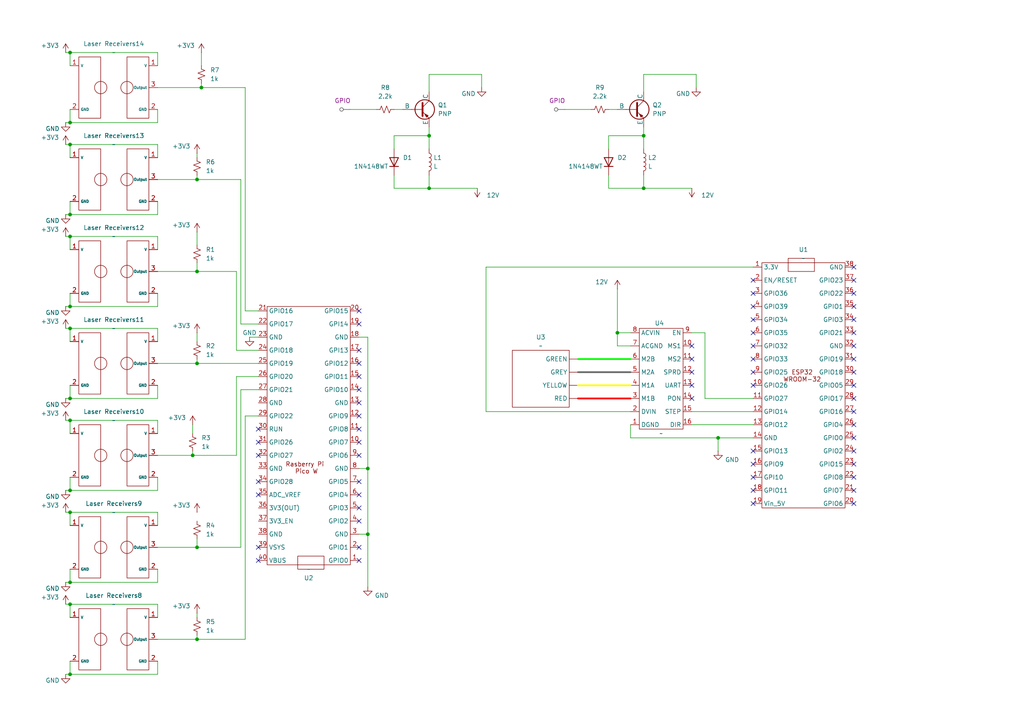
<source format=kicad_sch>
(kicad_sch (version 20250114) (generator "eeschema") (generator_version "9.0")
  (paper "A4")
  (lib_symbols
    (symbol "Connect4:ESP32"
      (property "Reference" "U1" (at 0.635 30.48 0))
      (property "Value" "~" (at 0.635 27.94 0))
      (symbol "ESP32_0_1"
        (rectangle (start -11.43 26.67) (end 12.7 -44.45))
        (rectangle (start -3.81 27.94) (end 3.81 24.13))
      )
      (symbol "ESP32_1_1"
        (text "ESP32\nWROOM-32\n" (at 0.254 -6.096 0) (effects (font (size 1.27 1.27))))
        (pin output line (at -13.97 25.4 0) (length 2.54) (name "3.3V") (number "1"))
        (pin input line (at -13.97 21.59 0) (length 2.54) (name "EN/RESET") (number "2"))
        (pin bidirectional line (at -13.97 17.78 0) (length 2.54) (name "GPIO36") (number "3"))
        (pin bidirectional line (at -13.97 13.97 0) (length 2.54) (name "GPIO39") (number "4"))
        (pin bidirectional line (at -13.97 10.16 0) (length 2.54) (name "GPIO34") (number "5"))
        (pin bidirectional line (at -13.97 6.35 0) (length 2.54) (name "GPIO35") (number "6"))
        (pin bidirectional line (at -13.97 2.54 0) (length 2.54) (name "GPIO32") (number "7"))
        (pin bidirectional line (at -13.97 -1.27 0) (length 2.54) (name "GPIO33") (number "8"))
        (pin bidirectional line (at -13.97 -5.08 0) (length 2.54) (name "GPIO25") (number "9"))
        (pin bidirectional line (at -13.97 -8.89 0) (length 2.54) (name "GPIO26") (number "10"))
        (pin bidirectional line (at -13.97 -12.7 0) (length 2.54) (name "GPIO27") (number "11"))
        (pin bidirectional line (at -13.97 -16.51 0) (length 2.54) (name "GPIO14") (number "12"))
        (pin bidirectional line (at -13.97 -20.32 0) (length 2.54) (name "GPIO12") (number "13"))
        (pin power_out line (at -13.97 -24.13 0) (length 2.54) (name "GND") (number "14"))
        (pin bidirectional line (at -13.97 -27.94 0) (length 2.54) (name "GPIO13") (number "15"))
        (pin bidirectional line (at -13.97 -31.75 0) (length 2.54) (name "GPIO9") (number "16"))
        (pin bidirectional line (at -13.97 -35.56 0) (length 2.54) (name "GPI10") (number "17"))
        (pin bidirectional line (at -13.97 -39.37 0) (length 2.54) (name "GPIO11") (number "18"))
        (pin input line (at -13.97 -43.18 0) (length 2.54) (name "Vin_5V") (number "19"))
        (pin power_out line (at 15.24 25.4 180) (length 2.54) (name "GND") (number "38"))
        (pin bidirectional line (at 15.24 21.59 180) (length 2.54) (name "GPIO23") (number "37"))
        (pin bidirectional line (at 15.24 17.78 180) (length 2.54) (name "GPIO22") (number "36"))
        (pin power_in line (at 15.24 13.97 180) (length 2.54) (name "GPIO1") (number "35"))
        (pin bidirectional line (at 15.24 10.16 180) (length 2.54) (name "GPIO3") (number "34"))
        (pin bidirectional line (at 15.24 6.35 180) (length 2.54) (name "GPIO21") (number "33"))
        (pin power_out line (at 15.24 2.54 180) (length 2.54) (name "GND") (number "32"))
        (pin bidirectional line (at 15.24 -1.27 180) (length 2.54) (name "GPIO19") (number "31"))
        (pin bidirectional line (at 15.24 -5.08 180) (length 2.54) (name "GPIO18") (number "30"))
        (pin bidirectional line (at 15.24 -8.89 180) (length 2.54) (name "GPIO05") (number "29"))
        (pin bidirectional line (at 15.24 -12.7 180) (length 2.54) (name "GPIO17") (number "28"))
        (pin bidirectional line (at 15.24 -16.51 180) (length 2.54) (name "GPIO16") (number "27"))
        (pin bidirectional line (at 15.24 -20.32 180) (length 2.54) (name "GPIO4") (number "26"))
        (pin bidirectional line (at 15.24 -24.13 180) (length 2.54) (name "GPIO0") (number "25"))
        (pin bidirectional line (at 15.24 -27.94 180) (length 2.54) (name "GPIO2") (number "24"))
        (pin bidirectional line (at 15.24 -31.75 180) (length 2.54) (name "GPIO15") (number "23"))
        (pin bidirectional line (at 15.24 -35.56 180) (length 2.54) (name "GPIO8") (number "22"))
        (pin bidirectional line (at 15.24 -39.37 180) (length 2.54) (name "GPIO7") (number "21"))
        (pin bidirectional line (at 15.24 -43.18 180) (length 2.54) (name "GPIO6") (number "20"))
      )
    )
    (symbol "Connect4:Motor"
      (property "Reference" "U" (at 0 8.89 0))
      (symbol "Motor_0_1"
        (rectangle (start -8.89 7.62) (end 7.62 -8.89))
      )
      (symbol "Motor_1_1"
        (pin input line (at 10.16 5.08 180) (length 2.54) (name "GREEN") (number ""))
        (pin input line (at 10.16 1.27 180) (length 2.54) (name "GREY") (number ""))
        (pin input line (at 10.16 -2.54 180) (length 2.54) (name "YELLOW") (number ""))
        (pin input line (at 10.16 -6.35 180) (length 2.54) (name "RED") (number ""))
      )
    )
    (symbol "Connect4:Motor_Driver"
      (property "Reference" "U" (at 0 4.318 0))
      (symbol "Motor_Driver_0_1"
        (rectangle (start -6.35 2.54) (end 6.35 -26.67))
      )
      (symbol "Motor_Driver_1_1"
        (pin power_out line (at -8.89 1.27 0) (length 2.54) (name "DGND") (number "1"))
        (pin power_in line (at -8.89 -2.54 0) (length 2.54) (name "DVIN") (number "2"))
        (pin output line (at -8.89 -6.35 0) (length 2.54) (name "M1B") (number "3"))
        (pin output line (at -8.89 -10.16 0) (length 2.54) (name "M1A") (number "4"))
        (pin output line (at -8.89 -13.97 0) (length 2.54) (name "M2A") (number "5"))
        (pin output line (at -8.89 -17.78 0) (length 2.54) (name "M2B") (number "6"))
        (pin power_in line (at -8.89 -21.59 0) (length 2.54) (name "ACGND") (number "7"))
        (pin power_out line (at -8.89 -25.4 0) (length 2.54) (name "ACVIN") (number "8"))
        (pin input line (at 8.89 1.27 180) (length 2.54) (name "DIR") (number "16"))
        (pin input line (at 8.89 -2.54 180) (length 2.54) (name "STEP") (number "15"))
        (pin input line (at 8.89 -6.35 180) (length 2.54) (name "PON") (number "14"))
        (pin input line (at 8.89 -10.16 180) (length 2.54) (name "UART") (number "13"))
        (pin input line (at 8.89 -13.97 180) (length 2.54) (name "SPRD") (number "12"))
        (pin input line (at 8.89 -17.78 180) (length 2.54) (name "MS2") (number "11"))
        (pin input line (at 8.89 -21.59 180) (length 2.54) (name "MS1") (number "10"))
        (pin input line (at 8.89 -25.4 180) (length 2.54) (name "EN") (number "9"))
      )
    )
    (symbol "Device:L" (pin_numbers (hide yes)) (pin_names (offset 1.016) (hide yes))
      (property "Reference" "L" (at -1.27 0 90))
      (property "Value" "L" (at 1.905 0 90))
      (symbol "L_0_1"
        (arc (start 0 2.54) (mid 0.6323 1.905) (end 0 1.27))
        (arc (start 0 1.27) (mid 0.6323 0.635) (end 0 0))
        (arc (start 0 0) (mid 0.6323 -0.635) (end 0 -1.27))
        (arc (start 0 -1.27) (mid 0.6323 -1.905) (end 0 -2.54))
      )
      (symbol "L_1_1"
        (pin passive line (at 0 3.81 270) (length 1.27) (name "1") (number "1"))
        (pin passive line (at 0 -3.81 90) (length 1.27) (name "2") (number "2"))
      )
    )
    (symbol "Device:R_Small_US" (pin_numbers (hide yes)) (pin_names (offset 0.254) (hide yes))
      (property "Reference" "R" (at 0.762 0.508 0))
      (property "Value" "R_Small_US" (at 0.762 -1.016 0))
      (symbol "R_Small_US_1_1"
        (polyline (pts (xy 0 1.524) (xy 1.016 1.143) (xy 0 0.762) (xy -1.016 0.381) (xy 0 0)))
        (polyline (pts (xy 0 0) (xy 1.016 -0.381) (xy 0 -0.762) (xy -1.016 -1.143) (xy 0 -1.524)))
        (pin passive line (at 0 2.54 270) (length 1.016) (name "~") (number "1"))
        (pin passive line (at 0 -2.54 90) (length 1.016) (name "~") (number "2"))
      )
    )
    (symbol "Diode:1N4148WT" (pin_numbers (hide yes)) (pin_names (hide yes))
      (property "Reference" "D" (at 0 2.54 0))
      (property "Value" "1N4148WT" (at 0 -2.54 0))
      (symbol "1N4148WT_0_1"
        (polyline (pts (xy -1.27 1.27) (xy -1.27 -1.27)) (stroke (width 0.254)))
        (polyline (pts (xy 1.27 1.27) (xy 1.27 -1.27) (xy -1.27 0) (xy 1.27 1.27)) (stroke (width 0.254)))
        (polyline (pts (xy 1.27 0) (xy -1.27 0)))
      )
      (symbol "1N4148WT_1_1"
        (pin passive line (at -3.81 0 0) (length 2.54) (name "K") (number "1"))
        (pin passive line (at 3.81 0 180) (length 2.54) (name "A") (number "2"))
      )
    )
    (symbol "Pico_W_1"
      (property "Reference" "U" (at 0 38.862 0))
      (symbol "Pico_W_1_0_1"
        (rectangle (start -11.43 34.29) (end 12.7 -40.64))
        (rectangle (start -3.81 35.56) (end 3.81 31.75))
      )
      (symbol "Pico_W_1_1_1"
        (text "Rasberry Pi \nPico W" (at 1.27 6.096 0) (effects (font (size 1.27 1.27))))
        (pin bidirectional line (at -13.97 33.02 0) (length 2.54) (name "GPIO0") (number "1"))
        (pin bidirectional line (at -13.97 29.21 0) (length 2.54) (name "GPIO1") (number "2"))
        (pin power_out line (at -13.97 25.4 0) (length 2.54) (name "GND") (number "3"))
        (pin bidirectional line (at -13.97 21.59 0) (length 2.54) (name "GPIO2") (number "4"))
        (pin bidirectional line (at -13.97 17.78 0) (length 2.54) (name "GPIO3") (number "5"))
        (pin bidirectional line (at -13.97 13.97 0) (length 2.54) (name "GPIO4") (number "6"))
        (pin bidirectional line (at -13.97 10.16 0) (length 2.54) (name "GPIO5") (number "7"))
        (pin power_out line (at -13.97 6.35 0) (length 2.54) (name "GND") (number "8"))
        (pin bidirectional line (at -13.97 2.54 0) (length 2.54) (name "GPIO6") (number "9"))
        (pin bidirectional line (at -13.97 -1.27 0) (length 2.54) (name "GPIO7") (number "10"))
        (pin bidirectional line (at -13.97 -5.08 0) (length 2.54) (name "GPIO8") (number "11"))
        (pin bidirectional line (at -13.97 -8.89 0) (length 2.54) (name "GPIO9") (number "12"))
        (pin power_out line (at -13.97 -12.7 0) (length 2.54) (name "GND") (number "13"))
        (pin bidirectional line (at -13.97 -16.51 0) (length 2.54) (name "GPIO10") (number "14"))
        (pin bidirectional line (at -13.97 -20.32 0) (length 2.54) (name "GPIO11") (number "15"))
        (pin bidirectional line (at -13.97 -24.13 0) (length 2.54) (name "GPIO12") (number "16"))
        (pin bidirectional line (at -13.97 -27.94 0) (length 2.54) (name "GPI13") (number "17"))
        (pin bidirectional line (at -13.97 -31.75 0) (length 2.54) (name "GND") (number "18"))
        (pin bidirectional line (at -13.97 -35.56 0) (length 2.54) (name "GPI14") (number "19"))
        (pin bidirectional line (at -13.97 -39.37 0) (length 2.54) (name "GPIO15") (number "20"))
        (pin power_in line (at 15.24 33.02 180) (length 2.54) (name "VBUS") (number "40"))
        (pin power_in line (at 15.24 29.21 180) (length 2.54) (name "VSYS") (number "39"))
        (pin power_out line (at 15.24 25.4 180) (length 2.54) (name "GND") (number "38"))
        (pin power_out line (at 15.24 21.59 180) (length 2.54) (name "3V3_EN") (number "37"))
        (pin power_out line (at 15.24 17.78 180) (length 2.54) (name "3V3(OUT)") (number "36"))
        (pin power_in line (at 15.24 13.97 180) (length 2.54) (name "ADC_VREF") (number "35"))
        (pin bidirectional line (at 15.24 10.16 180) (length 2.54) (name "GPIO28") (number "34"))
        (pin power_out line (at 15.24 6.35 180) (length 2.54) (name "GND") (number "33"))
        (pin bidirectional line (at 15.24 2.54 180) (length 2.54) (name "GPIO27") (number "32"))
        (pin bidirectional line (at 15.24 -1.27 180) (length 2.54) (name "GPIO26") (number "31"))
        (pin bidirectional line (at 15.24 -5.08 180) (length 2.54) (name "RUN") (number "30"))
        (pin bidirectional line (at 15.24 -8.89 180) (length 2.54) (name "GPIO22") (number "29"))
        (pin power_out line (at 15.24 -12.7 180) (length 2.54) (name "GND") (number "28"))
        (pin bidirectional line (at 15.24 -16.51 180) (length 2.54) (name "GPIO21") (number "27"))
        (pin bidirectional line (at 15.24 -20.32 180) (length 2.54) (name "GPIO20") (number "26"))
        (pin bidirectional line (at 15.24 -24.13 180) (length 2.54) (name "GPIO19") (number "25"))
        (pin bidirectional line (at 15.24 -27.94 180) (length 2.54) (name "GPIO18") (number "24"))
        (pin power_out line (at 15.24 -31.75 180) (length 2.54) (name "GND") (number "23"))
        (pin bidirectional line (at 15.24 -35.56 180) (length 2.54) (name "GPIO17") (number "22"))
        (pin bidirectional line (at 15.24 -39.37 180) (length 2.54) (name "GPIO16") (number "21"))
      )
    )
    (symbol "Sensor_1"
      (property "Reference" "Laser Receivers8" (at 0 12.7 0))
      (property "Value" "~" (at 0 10.16 0))
      (symbol "Sensor_1_0_1"
        (rectangle (start -10.16 8.89) (end -3.81 -8.89))
        (circle (center -3.81 0) (radius 1.7961))
        (rectangle (start 3.81 8.89) (end 10.16 -8.89))
        (circle (center 3.81 0) (radius 1.7961))
      )
      (symbol "Sensor_1_1_1"
        (pin power_in line (at -12.7 6.35 0) (length 2.54) (name "V") (number "1"))
        (pin output line (at -12.7 -6.35 0) (length 2.54) (name "GND") (number "2"))
        (pin power_in line (at 12.7 6.35 180) (length 2.54) (name "V") (number "1"))
        (pin output line (at 12.7 0 180) (length 2.54) (name "Output") (number "3"))
        (pin power_out line (at 12.7 -6.35 180) (length 2.54) (name "GND") (number "2"))
      )
    )
    (symbol "Sensor_2"
      (property "Reference" "Laser Receivers8" (at 0 12.7 0))
      (property "Value" "~" (at 0 10.16 0))
      (symbol "Sensor_2_0_1"
        (rectangle (start -10.16 8.89) (end -3.81 -8.89))
        (circle (center -3.81 0) (radius 1.7961))
        (rectangle (start 3.81 8.89) (end 10.16 -8.89))
        (circle (center 3.81 0) (radius 1.7961))
      )
      (symbol "Sensor_2_1_1"
        (pin power_in line (at -12.7 6.35 0) (length 2.54) (name "V") (number "1"))
        (pin output line (at -12.7 -6.35 0) (length 2.54) (name "GND") (number "2"))
        (pin power_in line (at 12.7 6.35 180) (length 2.54) (name "V") (number "1"))
        (pin output line (at 12.7 0 180) (length 2.54) (name "Output") (number "3"))
        (pin power_out line (at 12.7 -6.35 180) (length 2.54) (name "GND") (number "2"))
      )
    )
    (symbol "Sensor_3"
      (property "Reference" "Laser Receivers8" (at 0 12.7 0))
      (property "Value" "~" (at 0 10.16 0))
      (symbol "Sensor_3_0_1"
        (rectangle (start -10.16 8.89) (end -3.81 -8.89))
        (circle (center -3.81 0) (radius 1.7961))
        (rectangle (start 3.81 8.89) (end 10.16 -8.89))
        (circle (center 3.81 0) (radius 1.7961))
      )
      (symbol "Sensor_3_1_1"
        (pin power_in line (at -12.7 6.35 0) (length 2.54) (name "V") (number "1"))
        (pin output line (at -12.7 -6.35 0) (length 2.54) (name "GND") (number "2"))
        (pin power_in line (at 12.7 6.35 180) (length 2.54) (name "V") (number "1"))
        (pin output line (at 12.7 0 180) (length 2.54) (name "Output") (number "3"))
        (pin power_out line (at 12.7 -6.35 180) (length 2.54) (name "GND") (number "2"))
      )
    )
    (symbol "Sensor_4"
      (property "Reference" "Laser Receivers8" (at 0 12.7 0))
      (property "Value" "~" (at 0 10.16 0))
      (symbol "Sensor_4_0_1"
        (rectangle (start -10.16 8.89) (end -3.81 -8.89))
        (circle (center -3.81 0) (radius 1.7961))
        (rectangle (start 3.81 8.89) (end 10.16 -8.89))
        (circle (center 3.81 0) (radius 1.7961))
      )
      (symbol "Sensor_4_1_1"
        (pin power_in line (at -12.7 6.35 0) (length 2.54) (name "V") (number "1"))
        (pin output line (at -12.7 -6.35 0) (length 2.54) (name "GND") (number "2"))
        (pin power_in line (at 12.7 6.35 180) (length 2.54) (name "V") (number "1"))
        (pin output line (at 12.7 0 180) (length 2.54) (name "Output") (number "3"))
        (pin power_out line (at 12.7 -6.35 180) (length 2.54) (name "GND") (number "2"))
      )
    )
    (symbol "Sensor_5"
      (property "Reference" "Laser Receivers8" (at 0 12.7 0))
      (property "Value" "~" (at 0 10.16 0))
      (symbol "Sensor_5_0_1"
        (rectangle (start -10.16 8.89) (end -3.81 -8.89))
        (circle (center -3.81 0) (radius 1.7961))
        (rectangle (start 3.81 8.89) (end 10.16 -8.89))
        (circle (center 3.81 0) (radius 1.7961))
      )
      (symbol "Sensor_5_1_1"
        (pin power_in line (at -12.7 6.35 0) (length 2.54) (name "V") (number "1"))
        (pin output line (at -12.7 -6.35 0) (length 2.54) (name "GND") (number "2"))
        (pin power_in line (at 12.7 6.35 180) (length 2.54) (name "V") (number "1"))
        (pin output line (at 12.7 0 180) (length 2.54) (name "Output") (number "3"))
        (pin power_out line (at 12.7 -6.35 180) (length 2.54) (name "GND") (number "2"))
      )
    )
    (symbol "Sensor_6"
      (property "Reference" "Laser Receivers8" (at 0 12.7 0))
      (property "Value" "~" (at 0 10.16 0))
      (symbol "Sensor_6_0_1"
        (rectangle (start -10.16 8.89) (end -3.81 -8.89))
        (circle (center -3.81 0) (radius 1.7961))
        (rectangle (start 3.81 8.89) (end 10.16 -8.89))
        (circle (center 3.81 0) (radius 1.7961))
      )
      (symbol "Sensor_6_1_1"
        (pin power_in line (at -12.7 6.35 0) (length 2.54) (name "V") (number "1"))
        (pin output line (at -12.7 -6.35 0) (length 2.54) (name "GND") (number "2"))
        (pin power_in line (at 12.7 6.35 180) (length 2.54) (name "V") (number "1"))
        (pin output line (at 12.7 0 180) (length 2.54) (name "Output") (number "3"))
        (pin power_out line (at 12.7 -6.35 180) (length 2.54) (name "GND") (number "2"))
      )
    )
    (symbol "Sensor_7"
      (property "Reference" "Laser Receivers8" (at 0 12.7 0))
      (property "Value" "~" (at 0 10.16 0))
      (symbol "Sensor_7_0_1"
        (rectangle (start -10.16 8.89) (end -3.81 -8.89))
        (circle (center -3.81 0) (radius 1.7961))
        (rectangle (start 3.81 8.89) (end 10.16 -8.89))
        (circle (center 3.81 0) (radius 1.7961))
      )
      (symbol "Sensor_7_1_1"
        (pin power_in line (at -12.7 6.35 0) (length 2.54) (name "V") (number "1"))
        (pin output line (at -12.7 -6.35 0) (length 2.54) (name "GND") (number "2"))
        (pin power_in line (at 12.7 6.35 180) (length 2.54) (name "V") (number "1"))
        (pin output line (at 12.7 0 180) (length 2.54) (name "Output") (number "3"))
        (pin power_out line (at 12.7 -6.35 180) (length 2.54) (name "GND") (number "2"))
      )
    )
    (symbol "Simulation_SPICE:PNP" (pin_numbers (hide yes)) (pin_names (offset 0))
      (property "Reference" "Q" (at -2.54 7.62 0))
      (property "Value" "PNP" (at -2.54 5.08 0))
      (symbol "PNP_0_1"
        (polyline (pts (xy -2.54 0) (xy 0.635 0)) (stroke (width 0.1524)))
        (polyline (pts (xy 0.635 1.905) (xy 0.635 -1.905) (xy 0.635 -1.905)) (stroke (width 0.508)))
        (polyline (pts (xy 0.635 0.635) (xy 2.54 2.54)))
        (polyline (pts (xy 0.635 -0.635) (xy 2.54 -2.54) (xy 2.54 -2.54)))
        (circle (center 1.27 0) (radius 2.8194) (stroke (width 0.254)))
        (polyline (pts (xy 2.286 -1.778) (xy 1.778 -2.286) (xy 1.27 -1.27) (xy 2.286 -1.778) (xy 2.286 -1.778)) (fill (type outline)))
      )
      (symbol "PNP_1_1"
        (pin input line (at -5.08 0 0) (length 2.54) (name "B") (number "2"))
        (pin open_collector line (at 2.54 5.08 270) (length 2.54) (name "C") (number "1"))
        (pin open_emitter line (at 2.54 -5.08 90) (length 2.54) (name "E") (number "3"))
      )
    )
    (symbol "power:+3V3" (power) (pin_numbers (hide yes)) (pin_names (offset 0) (hide yes))
      (property "Value" "+3V3" (at 0 3.556 0))
      (symbol "+3V3_0_1"
        (polyline (pts (xy -0.762 1.27) (xy 0 2.54)))
        (polyline (pts (xy 0 2.54) (xy 0.762 1.27)))
        (polyline (pts (xy 0 0) (xy 0 2.54)))
      )
      (symbol "+3V3_1_1"
        (pin power_in line (at 0 0 90) (length 0) (name "~") (number "1"))
      )
    )
    (symbol "power:GND" (power) (pin_numbers (hide yes)) (pin_names (offset 0) (hide yes))
      (property "Value" "GND" (at 0 -3.81 0))
      (symbol "GND_0_1"
        (polyline (pts (xy 0 0) (xy 0 -1.27) (xy 1.27 -1.27) (xy 0 -2.54) (xy -1.27 -1.27) (xy 0 -1.27)))
      )
      (symbol "GND_1_1"
        (pin power_in line (at 0 0 270) (length 0) (name "~") (number "1"))
      )
    )
  )
  (junction (at 20.32 148.59))
  (junction (at 208.28 127))
  (junction (at 57.15 78.74))
  (junction (at 20.32 121.92))
  (junction (at 20.32 68.58))
  (junction (at 20.32 168.91))
  (junction (at 57.15 52.07))
  (junction (at 55.88 132.08))
  (junction (at 20.32 35.56))
  (junction (at 20.32 175.26))
  (junction (at 106.68 154.94))
  (junction (at 20.32 142.24))
  (junction (at 20.32 195.58))
  (junction (at 124.46 54.61))
  (junction (at 57.15 158.75))
  (junction (at 124.46 39.37))
  (junction (at 57.15 105.41))
  (junction (at 20.32 15.24))
  (junction (at 106.68 135.89))
  (junction (at 57.15 185.42))
  (junction (at 20.32 95.25))
  (junction (at 179.07 96.52))
  (junction (at 20.32 88.9))
  (junction (at 186.69 54.61))
  (junction (at 58.42 25.4))
  (junction (at 186.69 39.37))
  (junction (at 20.32 62.23))
  (junction (at 20.32 115.57))
  (junction (at 20.32 41.91))
  (no_connect (at 200.66 104.14))
  (no_connect (at 247.65 146.05))
  (no_connect (at 104.14 147.32))
  (no_connect (at 218.44 96.52))
  (no_connect (at 247.65 134.62))
  (no_connect (at 104.14 120.65))
  (no_connect (at 247.65 88.9))
  (no_connect (at 247.65 96.52))
  (no_connect (at 200.66 100.33))
  (no_connect (at 200.66 111.76))
  (no_connect (at 247.65 85.09))
  (no_connect (at 247.65 111.76))
  (no_connect (at 247.65 77.47))
  (no_connect (at 74.93 128.27))
  (no_connect (at 218.44 107.95))
  (no_connect (at 218.44 142.24))
  (no_connect (at 247.65 81.28))
  (no_connect (at 218.44 104.14))
  (no_connect (at 247.65 142.24))
  (no_connect (at 74.93 158.75))
  (no_connect (at 218.44 100.33))
  (no_connect (at 104.14 162.56))
  (no_connect (at 247.65 104.14))
  (no_connect (at 247.65 127))
  (no_connect (at 104.14 109.22))
  (no_connect (at 104.14 124.46))
  (no_connect (at 104.14 151.13))
  (no_connect (at 104.14 143.51))
  (no_connect (at 104.14 132.08))
  (no_connect (at 74.93 162.56))
  (no_connect (at 247.65 107.95))
  (no_connect (at 104.14 93.98))
  (no_connect (at 218.44 85.09))
  (no_connect (at 104.14 113.03))
  (no_connect (at 247.65 138.43))
  (no_connect (at 74.93 132.08))
  (no_connect (at 218.44 92.71))
  (no_connect (at 104.14 116.84))
  (no_connect (at 218.44 111.76))
  (no_connect (at 200.66 115.57))
  (no_connect (at 104.14 90.17))
  (no_connect (at 218.44 88.9))
  (no_connect (at 74.93 143.51))
  (no_connect (at 104.14 128.27))
  (no_connect (at 218.44 138.43))
  (no_connect (at 247.65 100.33))
  (no_connect (at 247.65 130.81))
  (no_connect (at 247.65 123.19))
  (no_connect (at 74.93 124.46))
  (no_connect (at 104.14 139.7))
  (no_connect (at 104.14 105.41))
  (no_connect (at 247.65 119.38))
  (no_connect (at 247.65 115.57))
  (no_connect (at 104.14 101.6))
  (no_connect (at 218.44 134.62))
  (no_connect (at 104.14 158.75))
  (no_connect (at 74.93 139.7))
  (no_connect (at 218.44 146.05))
  (no_connect (at 218.44 130.81))
  (no_connect (at 200.66 107.95))
  (no_connect (at 218.44 81.28))
  (no_connect (at 247.65 92.71))
  (wire (pts (xy 45.72 142.24) (xy 20.32 142.24)))
  (wire (pts (xy 45.72 45.72) (xy 45.72 41.91)))
  (wire (pts (xy 45.72 35.56) (xy 20.32 35.56)))
  (wire (pts (xy 208.28 130.81) (xy 208.28 127)))
  (wire (pts (xy 45.72 19.05) (xy 45.72 15.24)))
  (wire (pts (xy 19.05 121.92) (xy 20.32 121.92)))
  (wire (pts (xy 20.32 68.58) (xy 45.72 68.58)))
  (wire (pts (xy 57.15 105.41) (xy 74.93 105.41)))
  (wire (pts (xy 45.72 191.77) (xy 45.72 195.58)))
  (wire (pts (xy 176.53 50.8) (xy 176.53 54.61)))
  (wire (pts (xy 19.05 175.26) (xy 20.32 175.26)))
  (wire (pts (xy 20.32 152.4) (xy 20.32 148.59)))
  (wire (pts (xy 19.05 142.24) (xy 20.32 142.24)))
  (wire (pts (xy 101.6 31.75) (xy 109.22 31.75)))
  (wire (pts (xy 45.72 195.58) (xy 20.32 195.58)))
  (wire (pts (xy 176.53 31.75) (xy 179.07 31.75)))
  (wire (pts (xy 124.46 26.67) (xy 124.46 21.59)))
  (wire (pts (xy 186.69 50.8) (xy 186.69 54.61)))
  (wire (pts (xy 19.05 41.91) (xy 20.32 41.91)))
  (wire (pts (xy 58.42 24.13) (xy 58.42 25.4)))
  (wire (pts (xy 55.88 123.19) (xy 55.88 125.73)))
  (wire (pts (xy 200.66 119.38) (xy 218.44 119.38)))
  (wire (pts (xy 57.15 177.8) (xy 57.15 179.07)))
  (wire (pts (xy 45.72 62.23) (xy 20.32 62.23)))
  (wire (pts (xy 114.3 31.75) (xy 116.84 31.75)))
  (wire (pts (xy 124.46 36.83) (xy 124.46 39.37)))
  (wire (pts (xy 45.72 158.75) (xy 57.15 158.75)))
  (wire (pts (xy 19.05 62.23) (xy 20.32 62.23)))
  (wire (pts (xy 71.12 90.17) (xy 74.93 90.17)))
  (wire (pts (xy 163.83 31.75) (xy 171.45 31.75)))
  (wire (pts (xy 45.72 99.06) (xy 45.72 95.25)))
  (wire (pts (xy 20.32 15.24) (xy 45.72 15.24)))
  (wire (pts (xy 45.72 168.91) (xy 20.32 168.91)))
  (wire (pts (xy 140.97 119.38) (xy 182.88 119.38)))
  (wire (pts (xy 19.05 88.9) (xy 20.32 88.9)))
  (wire (pts (xy 20.32 175.26) (xy 45.72 175.26)))
  (wire (pts (xy 45.72 165.1) (xy 45.72 168.91)))
  (wire (pts (xy 124.46 50.8) (xy 124.46 54.61)))
  (wire (pts (xy 45.72 88.9) (xy 20.32 88.9)))
  (wire (pts (xy 179.07 83.82) (xy 179.07 96.52)))
  (wire (pts (xy 167.64 111.76) (xy 182.88 111.76)) (stroke (width 0.508) (color 255 251 0 1)))
  (wire (pts (xy 45.72 85.09) (xy 45.72 88.9)))
  (wire (pts (xy 114.3 50.8) (xy 114.3 54.61)))
  (wire (pts (xy 45.72 52.07) (xy 57.15 52.07)))
  (wire (pts (xy 114.3 39.37) (xy 124.46 39.37)))
  (wire (pts (xy 106.68 170.18) (xy 106.68 154.94)))
  (wire (pts (xy 20.32 111.76) (xy 20.32 115.57)))
  (wire (pts (xy 58.42 25.4) (xy 45.72 25.4)))
  (wire (pts (xy 57.15 76.2) (xy 57.15 78.74)))
  (wire (pts (xy 204.47 115.57) (xy 218.44 115.57)))
  (wire (pts (xy 20.32 31.75) (xy 20.32 35.56)))
  (wire (pts (xy 182.88 100.33) (xy 179.07 100.33)))
  (wire (pts (xy 19.05 148.59) (xy 20.32 148.59)))
  (wire (pts (xy 57.15 184.15) (xy 57.15 185.42)))
  (wire (pts (xy 186.69 21.59) (xy 201.93 21.59)))
  (wire (pts (xy 71.12 90.17) (xy 71.12 25.4)))
  (wire (pts (xy 69.85 52.07) (xy 69.85 93.98)))
  (wire (pts (xy 20.32 41.91) (xy 45.72 41.91)))
  (wire (pts (xy 204.47 96.52) (xy 204.47 115.57)))
  (wire (pts (xy 45.72 138.43) (xy 45.72 142.24)))
  (wire (pts (xy 208.28 127) (xy 218.44 127)))
  (wire (pts (xy 20.32 179.07) (xy 20.32 175.26)))
  (wire (pts (xy 114.3 54.61) (xy 124.46 54.61)))
  (wire (pts (xy 201.93 21.59) (xy 201.93 25.4)))
  (wire (pts (xy 20.32 121.92) (xy 45.72 121.92)))
  (wire (pts (xy 186.69 39.37) (xy 186.69 43.18)))
  (wire (pts (xy 167.64 115.57) (xy 182.88 115.57)) (stroke (width 0.508) (color 255 0 0 1)))
  (wire (pts (xy 20.32 125.73) (xy 20.32 121.92)))
  (wire (pts (xy 20.32 191.77) (xy 20.32 195.58)))
  (wire (pts (xy 68.58 101.6) (xy 68.58 78.74)))
  (wire (pts (xy 19.05 195.58) (xy 20.32 195.58)))
  (wire (pts (xy 20.32 165.1) (xy 20.32 168.91)))
  (wire (pts (xy 68.58 132.08) (xy 55.88 132.08)))
  (wire (pts (xy 179.07 96.52) (xy 182.88 96.52)))
  (wire (pts (xy 20.32 148.59) (xy 45.72 148.59)))
  (wire (pts (xy 179.07 100.33) (xy 179.07 96.52)))
  (wire (pts (xy 200.66 96.52) (xy 204.47 96.52)))
  (wire (pts (xy 57.15 96.52) (xy 57.15 99.06)))
  (wire (pts (xy 186.69 36.83) (xy 186.69 39.37)))
  (wire (pts (xy 68.58 78.74) (xy 57.15 78.74)))
  (wire (pts (xy 45.72 58.42) (xy 45.72 62.23)))
  (wire (pts (xy 19.05 68.58) (xy 20.32 68.58)))
  (wire (pts (xy 114.3 43.18) (xy 114.3 39.37)))
  (wire (pts (xy 58.42 15.24) (xy 58.42 19.05)))
  (wire (pts (xy 124.46 39.37) (xy 124.46 43.18)))
  (wire (pts (xy 45.72 115.57) (xy 20.32 115.57)))
  (wire (pts (xy 182.88 123.19) (xy 182.88 127)))
  (wire (pts (xy 57.15 185.42) (xy 45.72 185.42)))
  (wire (pts (xy 55.88 130.81) (xy 55.88 132.08)))
  (wire (pts (xy 55.88 132.08) (xy 45.72 132.08)))
  (wire (pts (xy 167.64 107.95) (xy 182.88 107.95)) (stroke (width 0.508) (color 103 103 103 1)))
  (wire (pts (xy 20.32 99.06) (xy 20.32 95.25)))
  (wire (pts (xy 19.05 95.25) (xy 20.32 95.25)))
  (wire (pts (xy 74.93 120.65) (xy 71.12 120.65)))
  (wire (pts (xy 104.14 97.79) (xy 106.68 97.79)))
  (wire (pts (xy 68.58 109.22) (xy 68.58 132.08)))
  (wire (pts (xy 71.12 120.65) (xy 71.12 185.42)))
  (wire (pts (xy 57.15 52.07) (xy 69.85 52.07)))
  (wire (pts (xy 57.15 104.14) (xy 57.15 105.41)))
  (wire (pts (xy 124.46 54.61) (xy 138.43 54.61)))
  (wire (pts (xy 20.32 95.25) (xy 45.72 95.25)))
  (wire (pts (xy 106.68 135.89) (xy 106.68 154.94)))
  (wire (pts (xy 72.39 97.79) (xy 74.93 97.79)))
  (wire (pts (xy 176.53 39.37) (xy 186.69 39.37)))
  (wire (pts (xy 106.68 97.79) (xy 106.68 135.89)))
  (wire (pts (xy 182.88 127) (xy 208.28 127)))
  (wire (pts (xy 20.32 19.05) (xy 20.32 15.24)))
  (wire (pts (xy 45.72 152.4) (xy 45.72 148.59)))
  (wire (pts (xy 140.97 77.47) (xy 140.97 119.38)))
  (wire (pts (xy 20.32 58.42) (xy 20.32 62.23)))
  (wire (pts (xy 176.53 43.18) (xy 176.53 39.37)))
  (wire (pts (xy 186.69 26.67) (xy 186.69 21.59)))
  (wire (pts (xy 45.72 31.75) (xy 45.72 35.56)))
  (wire (pts (xy 19.05 15.24) (xy 20.32 15.24)))
  (wire (pts (xy 45.72 179.07) (xy 45.72 175.26)))
  (wire (pts (xy 45.72 105.41) (xy 57.15 105.41)))
  (wire (pts (xy 20.32 138.43) (xy 20.32 142.24)))
  (wire (pts (xy 20.32 72.39) (xy 20.32 68.58)))
  (wire (pts (xy 124.46 21.59) (xy 139.7 21.59)))
  (wire (pts (xy 19.05 115.57) (xy 20.32 115.57)))
  (wire (pts (xy 69.85 113.03) (xy 74.93 113.03)))
  (wire (pts (xy 74.93 101.6) (xy 68.58 101.6)))
  (wire (pts (xy 71.12 185.42) (xy 57.15 185.42)))
  (wire (pts (xy 139.7 21.59) (xy 139.7 25.4)))
  (wire (pts (xy 176.53 54.61) (xy 186.69 54.61)))
  (wire (pts (xy 57.15 44.45) (xy 57.15 45.72)))
  (wire (pts (xy 45.72 72.39) (xy 45.72 68.58)))
  (wire (pts (xy 104.14 135.89) (xy 106.68 135.89)))
  (wire (pts (xy 106.68 154.94) (xy 104.14 154.94)))
  (wire (pts (xy 200.66 123.19) (xy 218.44 123.19)))
  (wire (pts (xy 57.15 50.8) (xy 57.15 52.07)))
  (wire (pts (xy 20.32 45.72) (xy 20.32 41.91)))
  (wire (pts (xy 20.32 85.09) (xy 20.32 88.9)))
  (wire (pts (xy 57.15 78.74) (xy 45.72 78.74)))
  (wire (pts (xy 45.72 111.76) (xy 45.72 115.57)))
  (wire (pts (xy 69.85 93.98) (xy 74.93 93.98)))
  (wire (pts (xy 19.05 35.56) (xy 20.32 35.56)))
  (wire (pts (xy 186.69 54.61) (xy 200.66 54.61)))
  (wire (pts (xy 57.15 158.75) (xy 69.85 158.75)))
  (wire (pts (xy 167.64 104.14) (xy 182.88 104.14)) (stroke (width 0.508) (color 2 255 0 1)))
  (wire (pts (xy 45.72 125.73) (xy 45.72 121.92)))
  (wire (pts (xy 140.97 77.47) (xy 218.44 77.47)))
  (wire (pts (xy 57.15 156.21) (xy 57.15 158.75)))
  (wire (pts (xy 71.12 25.4) (xy 58.42 25.4)))
  (wire (pts (xy 57.15 67.31) (xy 57.15 71.12)))
  (wire (pts (xy 69.85 158.75) (xy 69.85 113.03)))
  (wire (pts (xy 74.93 109.22) (xy 68.58 109.22)))
  (wire (pts (xy 19.05 168.91) (xy 20.32 168.91)))
  (netclass_flag "" (length 2.54) (shape round) (at 101.6 31.75 90) (property "Netclass" "GPIO" (at 97.028 29.21 0) (effects (justify left))))
  (netclass_flag "" (length 2.54) (shape round) (at 163.83 31.75 90) (property "Netclass" "GPIO" (at 159.258 29.21 0) (effects (justify left))))
  (symbol (lib_id "power:+3V3") (at 55.88 123.19 0) (unit 1)
    (property "Reference" "#PWR021" (effects (hide yes)))
    (property "Value" "+3V3" (at 51.308 121.158 0))
    (property "Description" "Power symbol creates a global label with name \"+3V3\"" (effects (hide yes)))
  )
  (symbol (lib_name "Sensor_4") (lib_id "Connect4:Sensor") (at 33.02 78.74 0) (unit 1)
    (property "Reference" "Laser Receivers12" (at 33.02 66.04 0))
    (property "Value" "~" (at 33.02 68.58 0))
  )
  (symbol (lib_id "Connect4:ESP32") (at 232.41 102.87 0) (unit 1)
    (property "Reference" "U1" (at 233.045 72.39 0))
    (property "Value" "~" (at 233.045 74.93 0))
  )
  (symbol (lib_id "Device:L") (at 186.69 46.99 0) (unit 1)
    (property "Reference" "L2" (at 187.96 45.7199 0) (effects (justify left)))
    (property "Value" "L" (at 187.96 48.2599 0) (effects (justify left)))
    (property "Description" "Inductor" (effects (hide yes)))
  )
  (symbol (lib_id "power:GND") (at 19.05 88.9 0) (unit 1)
    (property "Reference" "#PWR010" (effects (hide yes)))
    (property "Value" "GND" (at 15.24 90.678 0))
    (property "Description" "Power symbol creates a global label with name \"GND\" , ground" (effects (hide yes)))
  )
  (symbol (lib_name "Pico_W_1") (lib_id "Connect4:Pico_W") (at 90.17 129.54 180) (unit 1)
    (property "Reference" "U2" (at 89.535 167.64 0))
    (property "Value" "~" (at 89.535 165.1 0))
  )
  (symbol (lib_id "power:+3V3") (at 19.05 175.26 0) (unit 1)
    (property "Reference" "#PWR01" (effects (hide yes)))
    (property "Value" "+3V3" (at 14.478 173.228 0))
    (property "Description" "Power symbol creates a global label with name \"+3V3\"" (effects (hide yes)))
  )
  (symbol (lib_id "power:+3V3") (at 58.42 15.24 0) (unit 1)
    (property "Reference" "#PWR025" (effects (hide yes)))
    (property "Value" "+3V3" (at 53.848 13.208 0))
    (property "Description" "Power symbol creates a global label with name \"+3V3\"" (effects (hide yes)))
  )
  (symbol (lib_id "Connect4:Motor_Driver") (at 191.77 121.92 0) (mirror x) (unit 1)
    (property "Reference" "U4" (at 191.262 93.726 0))
    (property "Value" "~" (at 191.77 125.73 0))
  )
  (symbol (lib_id "power:+3V3") (at 19.05 148.59 0) (unit 1)
    (property "Reference" "#PWR02" (effects (hide yes)))
    (property "Value" "+3V3" (at 14.478 146.558 0))
    (property "Description" "Power symbol creates a global label with name \"+3V3\"" (effects (hide yes)))
  )
  (symbol (lib_id "power:+3V3") (at 19.05 41.91 0) (unit 1)
    (property "Reference" "#PWR011" (effects (hide yes)))
    (property "Value" "+3V3" (at 14.478 39.878 0))
    (property "Description" "Power symbol creates a global label with name \"+3V3\"" (effects (hide yes)))
  )
  (symbol (lib_id "power:GND") (at 72.39 97.79 0) (unit 1)
    (property "Reference" "#PWR015" (effects (hide yes)))
    (property "Value" "GND" (at 72.39 96.52 0))
    (property "Description" "Power symbol creates a global label with name \"GND\" , ground" (effects (hide yes)))
  )
  (symbol (lib_id "power:+3V3") (at 19.05 95.25 0) (unit 1)
    (property "Reference" "#PWR04" (effects (hide yes)))
    (property "Value" "+3V3" (at 14.478 93.218 0))
    (property "Description" "Power symbol creates a global label with name \"+3V3\"" (effects (hide yes)))
  )
  (symbol (lib_id "Diode:1N4148WT") (at 176.53 46.99 90) (unit 1)
    (property "Reference" "D2" (at 179.07 45.7199 90) (effects (justify right)))
    (property "Value" "1N4148WT" (at 164.846 48.26 90) (effects (justify right)))
    (property "Footprint" "Diode_SMD:D_SOD-523" (effects (hide yes)))
    (property "Datasheet" "https://www.diodes.com/assets/Datasheets/ds30396.pdf" (effects (hide yes)))
    (property "Description" "75V 0.15A Fast switching Diode, SOD-523" (effects (hide yes)))
    (property "Sim.Device" "D" (effects (hide yes)))
    (property "Sim.Pins" "1=K 2=A" (effects (hide yes)))
  )
  (symbol (lib_id "power:+3V3") (at 138.43 54.61 180) (unit 1)
    (property "Reference" "#PWR027" (effects (hide yes)))
    (property "Value" "12V" (at 143.002 56.642 0))
    (property "Description" "Power symbol creates a global label with name \"+3V3\"" (effects (hide yes)))
  )
  (symbol (lib_name "Sensor_2") (lib_id "Connect4:Sensor") (at 33.02 132.08 0) (unit 1)
    (property "Reference" "Laser Receivers10" (at 33.02 119.38 0))
    (property "Value" "~" (at 33.02 121.92 0))
  )
  (symbol (lib_id "Device:R_Small_US") (at 57.15 181.61 0) (unit 1)
    (property "Reference" "R5" (at 59.69 180.3399 0) (effects (justify left)))
    (property "Value" "1k" (at 59.69 182.8799 0) (effects (justify left)))
    (property "Description" "Resistor, small US symbol" (effects (hide yes)))
  )
  (symbol (lib_id "Device:R_Small_US") (at 173.99 31.75 90) (unit 1)
    (property "Reference" "R9" (at 173.99 25.4 90))
    (property "Value" "2.2k" (at 173.99 27.94 90))
    (property "Description" "Resistor, small US symbol" (effects (hide yes)))
  )
  (symbol (lib_id "power:+3V3") (at 19.05 68.58 0) (unit 1)
    (property "Reference" "#PWR09" (effects (hide yes)))
    (property "Value" "+3V3" (at 14.478 66.548 0))
    (property "Description" "Power symbol creates a global label with name \"+3V3\"" (effects (hide yes)))
  )
  (symbol (lib_name "Sensor_7") (lib_id "Connect4:Sensor") (at 33.02 185.42 0) (unit 1)
    (property "Reference" "Laser Receivers8" (at 33.02 172.72 0))
    (property "Value" "~" (at 33.02 175.26 0))
  )
  (symbol (lib_id "power:+3V3") (at 57.15 44.45 0) (unit 1)
    (property "Reference" "#PWR024" (effects (hide yes)))
    (property "Value" "+3V3" (at 52.578 42.418 0))
    (property "Description" "Power symbol creates a global label with name \"+3V3\"" (effects (hide yes)))
  )
  (symbol (lib_name "Sensor_5") (lib_id "Connect4:Sensor") (at 33.02 52.07 0) (unit 1)
    (property "Reference" "Laser Receivers13" (at 33.02 39.37 0))
    (property "Value" "~" (at 33.02 41.91 0))
  )
  (symbol (lib_id "power:+3V3") (at 179.07 83.82 0) (unit 1)
    (property "Reference" "#PWR026" (effects (hide yes)))
    (property "Value" "12V" (at 174.498 81.788 0))
    (property "Description" "Power symbol creates a global label with name \"+3V3\"" (effects (hide yes)))
  )
  (symbol (lib_id "power:+3V3") (at 57.15 67.31 0) (unit 1)
    (property "Reference" "#PWR023" (effects (hide yes)))
    (property "Value" "+3V3" (at 52.578 65.278 0))
    (property "Description" "Power symbol creates a global label with name \"+3V3\"" (effects (hide yes)))
  )
  (symbol (lib_id "power:GND") (at 19.05 35.56 0) (unit 1)
    (property "Reference" "#PWR014" (effects (hide yes)))
    (property "Value" "GND" (at 15.24 37.338 0))
    (property "Description" "Power symbol creates a global label with name \"GND\" , ground" (effects (hide yes)))
  )
  (symbol (lib_id "Simulation_SPICE:PNP") (at 121.92 31.75 0) (unit 1)
    (property "Reference" "Q1" (at 127 30.4799 0) (effects (justify left)))
    (property "Value" "PNP" (at 127 33.0199 0) (effects (justify left)))
    (property "Datasheet" "https://ngspice.sourceforge.io/docs/ngspice-html-manual/manual.xhtml#cha_BJTs" (effects (hide yes)))
    (property "Description" "Bipolar transistor symbol for simulation only, substrate tied to the emitter" (effects (hide yes)))
    (property "Sim.Device" "PNP" (effects (hide yes)))
    (property "Sim.Type" "GUMMELPOON" (effects (hide yes)))
    (property "Sim.Pins" "1=C 2=B 3=E" (effects (hide yes)))
  )
  (symbol (lib_id "power:+3V3") (at 200.66 54.61 180) (unit 1)
    (property "Reference" "#PWR028" (effects (hide yes)))
    (property "Value" "12V" (at 205.232 56.642 0))
    (property "Description" "Power symbol creates a global label with name \"+3V3\"" (effects (hide yes)))
  )
  (symbol (lib_id "power:+3V3") (at 19.05 121.92 0) (unit 1)
    (property "Reference" "#PWR03" (effects (hide yes)))
    (property "Value" "+3V3" (at 14.478 119.888 0))
    (property "Description" "Power symbol creates a global label with name \"+3V3\"" (effects (hide yes)))
  )
  (symbol (lib_name "Sensor_3") (lib_id "Connect4:Sensor") (at 33.02 105.41 0) (unit 1)
    (property "Reference" "Laser Receivers11" (at 33.02 92.71 0))
    (property "Value" "~" (at 33.02 95.25 0))
  )
  (symbol (lib_id "power:GND") (at 208.28 130.81 0) (unit 1)
    (property "Reference" "#PWR018" (effects (hide yes)))
    (property "Value" "GND" (at 212.344 133.35 0))
    (property "Description" "Power symbol creates a global label with name \"GND\" , ground" (effects (hide yes)))
  )
  (symbol (lib_id "power:+3V3") (at 19.05 15.24 0) (unit 1)
    (property "Reference" "#PWR013" (effects (hide yes)))
    (property "Value" "+3V3" (at 14.478 13.208 0))
    (property "Description" "Power symbol creates a global label with name \"+3V3\"" (effects (hide yes)))
  )
  (symbol (lib_id "power:GND") (at 19.05 168.91 0) (unit 1)
    (property "Reference" "#PWR06" (effects (hide yes)))
    (property "Value" "GND" (at 15.24 170.688 0))
    (property "Description" "Power symbol creates a global label with name \"GND\" , ground" (effects (hide yes)))
  )
  (symbol (lib_id "Connect4:Motor") (at 157.48 109.22 0) (unit 1)
    (property "Reference" "U3" (at 156.845 97.79 0))
    (property "Value" "~" (at 156.845 100.33 0))
  )
  (symbol (lib_id "Diode:1N4148WT") (at 114.3 46.99 90) (unit 1)
    (property "Reference" "D1" (at 116.84 45.7199 90) (effects (justify right)))
    (property "Value" "1N4148WT" (at 102.616 48.26 90) (effects (justify right)))
    (property "Footprint" "Diode_SMD:D_SOD-523" (effects (hide yes)))
    (property "Datasheet" "https://www.diodes.com/assets/Datasheets/ds30396.pdf" (effects (hide yes)))
    (property "Description" "75V 0.15A Fast switching Diode, SOD-523" (effects (hide yes)))
    (property "Sim.Device" "D" (effects (hide yes)))
    (property "Sim.Pins" "1=K 2=A" (effects (hide yes)))
  )
  (symbol (lib_name "Sensor_6") (lib_id "Connect4:Sensor") (at 33.02 25.4 0) (unit 1)
    (property "Reference" "Laser Receivers14" (at 33.02 12.7 0))
    (property "Value" "~" (at 33.02 15.24 0))
  )
  (symbol (lib_id "Device:L") (at 124.46 46.99 0) (unit 1)
    (property "Reference" "L1" (at 125.73 45.7199 0) (effects (justify left)))
    (property "Value" "L" (at 125.73 48.2599 0) (effects (justify left)))
    (property "Description" "Inductor" (effects (hide yes)))
  )
  (symbol (lib_id "power:GND") (at 139.7 25.4 0) (unit 1)
    (property "Reference" "#PWR017" (effects (hide yes)))
    (property "Value" "GND" (at 135.89 27.178 0))
    (property "Description" "Power symbol creates a global label with name \"GND\" , ground" (effects (hide yes)))
  )
  (symbol (lib_id "power:GND") (at 19.05 142.24 0) (unit 1)
    (property "Reference" "#PWR07" (effects (hide yes)))
    (property "Value" "GND" (at 15.24 144.018 0))
    (property "Description" "Power symbol creates a global label with name \"GND\" , ground" (effects (hide yes)))
  )
  (symbol (lib_id "Device:R_Small_US") (at 58.42 21.59 0) (unit 1)
    (property "Reference" "R7" (at 60.96 20.3199 0) (effects (justify left)))
    (property "Value" "1k" (at 60.96 22.8599 0) (effects (justify left)))
    (property "Description" "Resistor, small US symbol" (effects (hide yes)))
  )
  (symbol (lib_id "power:GND") (at 106.68 170.18 0) (unit 1)
    (property "Reference" "#PWR016" (effects (hide yes)))
    (property "Value" "GND" (at 110.744 172.72 0))
    (property "Description" "Power symbol creates a global label with name \"GND\" , ground" (effects (hide yes)))
  )
  (symbol (lib_id "power:GND") (at 19.05 195.58 0) (unit 1)
    (property "Reference" "#PWR05" (effects (hide yes)))
    (property "Value" "GND" (at 15.24 197.358 0))
    (property "Description" "Power symbol creates a global label with name \"GND\" , ground" (effects (hide yes)))
  )
  (symbol (lib_id "power:+3V3") (at 57.15 177.8 0) (unit 1)
    (property "Reference" "#PWR020" (effects (hide yes)))
    (property "Value" "+3V3" (at 52.578 175.768 0))
    (property "Description" "Power symbol creates a global label with name \"+3V3\"" (effects (hide yes)))
  )
  (symbol (lib_id "Device:R_Small_US") (at 55.88 128.27 0) (unit 1)
    (property "Reference" "R3" (at 58.42 126.9999 0) (effects (justify left)))
    (property "Value" "1k" (at 58.42 129.5399 0) (effects (justify left)))
    (property "Description" "Resistor, small US symbol" (effects (hide yes)))
  )
  (symbol (lib_id "Simulation_SPICE:PNP") (at 184.15 31.75 0) (unit 1)
    (property "Reference" "Q2" (at 189.23 30.4799 0) (effects (justify left)))
    (property "Value" "PNP" (at 189.23 33.0199 0) (effects (justify left)))
    (property "Datasheet" "https://ngspice.sourceforge.io/docs/ngspice-html-manual/manual.xhtml#cha_BJTs" (effects (hide yes)))
    (property "Description" "Bipolar transistor symbol for simulation only, substrate tied to the emitter" (effects (hide yes)))
    (property "Sim.Device" "PNP" (effects (hide yes)))
    (property "Sim.Type" "GUMMELPOON" (effects (hide yes)))
    (property "Sim.Pins" "1=C 2=B 3=E" (effects (hide yes)))
  )
  (symbol (lib_id "Device:R_Small_US") (at 57.15 73.66 0) (unit 1)
    (property "Reference" "R1" (at 59.69 72.3899 0) (effects (justify left)))
    (property "Value" "1k" (at 59.69 74.9299 0) (effects (justify left)))
    (property "Description" "Resistor, small US symbol" (effects (hide yes)))
  )
  (symbol (lib_id "power:GND") (at 19.05 115.57 0) (unit 1)
    (property "Reference" "#PWR08" (effects (hide yes)))
    (property "Value" "GND" (at 15.24 117.348 0))
    (property "Description" "Power symbol creates a global label with name \"GND\" , ground" (effects (hide yes)))
  )
  (symbol (lib_id "Device:R_Small_US") (at 57.15 153.67 0) (unit 1)
    (property "Reference" "R4" (at 59.69 152.3999 0) (effects (justify left)))
    (property "Value" "1k" (at 59.69 154.9399 0) (effects (justify left)))
    (property "Description" "Resistor, small US symbol" (effects (hide yes)))
  )
  (symbol (lib_id "power:GND") (at 19.05 62.23 0) (unit 1)
    (property "Reference" "#PWR012" (effects (hide yes)))
    (property "Value" "GND" (at 15.24 64.008 0))
    (property "Description" "Power symbol creates a global label with name \"GND\" , ground" (effects (hide yes)))
  )
  (symbol (lib_id "Device:R_Small_US") (at 57.15 101.6 0) (unit 1)
    (property "Reference" "R2" (at 59.69 100.3299 0) (effects (justify left)))
    (property "Value" "1k" (at 59.69 102.8699 0) (effects (justify left)))
    (property "Description" "Resistor, small US symbol" (effects (hide yes)))
  )
  (symbol (lib_id "power:+3V3") (at 57.15 96.52 0) (unit 1)
    (property "Reference" "#PWR022" (effects (hide yes)))
    (property "Value" "+3V3" (at 52.578 94.488 0))
    (property "Description" "Power symbol creates a global label with name \"+3V3\"" (effects (hide yes)))
  )
  (symbol (lib_id "Device:R_Small_US") (at 57.15 48.26 0) (unit 1)
    (property "Reference" "R6" (at 59.69 46.9899 0) (effects (justify left)))
    (property "Value" "1k" (at 59.69 49.5299 0) (effects (justify left)))
    (property "Description" "Resistor, small US symbol" (effects (hide yes)))
  )
  (symbol (lib_id "power:GND") (at 201.93 25.4 0) (unit 1)
    (property "Reference" "#PWR029" (effects (hide yes)))
    (property "Value" "GND" (at 198.12 27.178 0))
    (property "Description" "Power symbol creates a global label with name \"GND\" , ground" (effects (hide yes)))
  )
  (symbol (lib_name "Sensor_1") (lib_id "Connect4:Sensor") (at 33.02 158.75 0) (unit 1)
    (property "Reference" "Laser Receivers9" (at 33.02 146.05 0))
    (property "Value" "~" (at 33.02 148.59 0))
  )
  (symbol (lib_id "power:+3V3") (at 57.15 148.59 0) (unit 1)
    (property "Reference" "#PWR019" (effects (hide yes)))
    (property "Value" "+3V3" (at 52.578 146.558 0))
    (property "Description" "Power symbol creates a global label with name \"+3V3\"" (effects (hide yes)))
  )
  (symbol (lib_id "Device:R_Small_US") (at 111.76 31.75 90) (unit 1)
    (property "Reference" "R8" (at 111.76 25.4 90))
    (property "Value" "2.2k" (at 111.76 27.94 90))
    (property "Description" "Resistor, small US symbol" (effects (hide yes)))
  )
)
</source>
